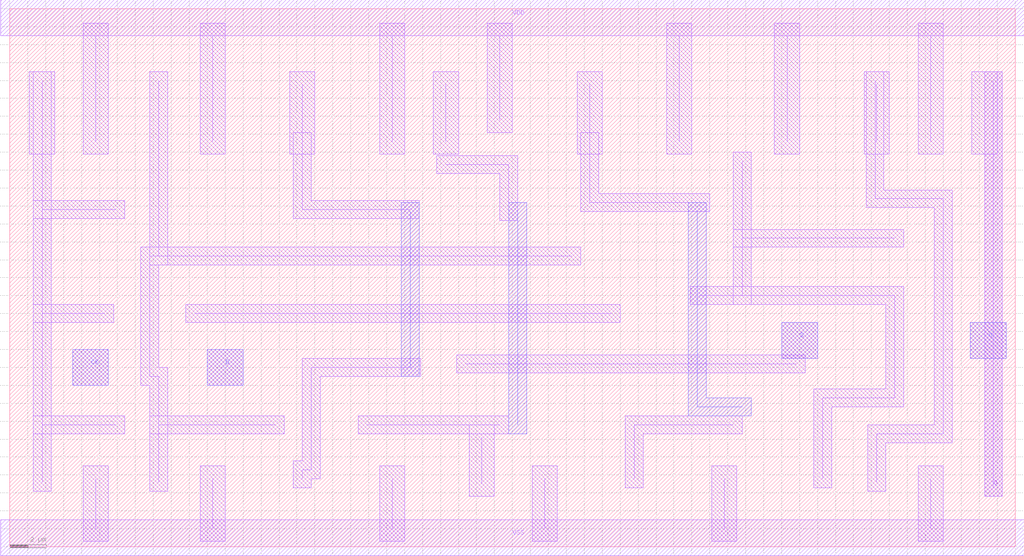
<source format=lef>
VERSION 5.5 ;
NAMESCASESENSITIVE ON ;
BUSBITCHARS "[]" ;
DIVIDERCHAR "/" ;

MACRO sff1m2
  CLASS CORE ;
  SOURCE USER ;
  ORIGIN 0 0 ;
  SIZE 56.000 BY 30.000 ;
  SYMMETRY X Y ;
  SITE unit ;
 
  PIN CK
    USE SIGNAL ;
    PORT
      LAYER ML2 ;
        POLYGON 3.500 9.000  3.500 11.000  5.500 11.000  5.500 9.000  3.500 
        9.000  ;
    END
    PORT
      LAYER ML1 ;
        POLYGON 3.500 9.000  3.500 11.000  5.500 11.000  5.500 9.000  3.500 
        9.000  ;
    END
  END CK
  PIN D
    USE SIGNAL ;
    PORT
      LAYER ML2 ;
        POLYGON 11.000 9.000  11.000 11.000  13.000 11.000  13.000 9.000  
        11.000 9.000  ;
    END
    PORT
      LAYER ML1 ;
        POLYGON 11.000 9.000  11.000 11.000  13.000 11.000  13.000 9.000  
        11.000 9.000  ;
    END
  END D
  PIN Q
    USE SIGNAL ;
    PORT
      LAYER ML1 ;
        POLYGON 53.500 10.500  53.500 12.500  55.500 12.500  55.500 10.500  
        53.500 10.500  ;
    END
    PORT
      LAYER ML2 ;
        POLYGON 53.500 10.500  53.500 12.500  55.500 12.500  55.500 10.500  
        53.500 10.500  ;
    END
    PORT
      LAYER ML1 ;
        WIDTH 1.000  ;
        PATH 54.800 3.300 54.800 26.000  ;
    END
  END Q
  PIN S
    USE SIGNAL ;
    PORT
      LAYER ML2 ;
        POLYGON 43.000 10.500  43.000 12.500  45.000 12.500  45.000 10.500  
        43.000 10.500  ;
    END
    PORT
      LAYER ML1 ;
        POLYGON 43.000 10.500  43.000 12.500  45.000 12.500  45.000 10.500  
        43.000 10.500  ;
    END
  END S
  PIN VDD
    USE POWER ;
    PORT
      LAYER ML1 ;
        RECT -0.500 28.500  56.500 30.500  ;
    END
  END VDD
  PIN VSS
    USE GROUND ;
    PORT
      LAYER ML1 ;
        RECT -0.500 -0.500  56.500 1.500  ;
    END
  END VSS
  OBS

    LAYER ML1 ;
      WIDTH 1.000  ;
      PATH 1.800 26.000 1.800 3.600  ;
      WIDTH 1.400  ;
      PATH 1.800 22.600 1.800 25.800  ;
      WIDTH 1.000  ;
      PATH 5.300 13.000 1.800 13.000  ;
      WIDTH 1.000  ;
      PATH 5.900 18.800 1.800 18.800  ;
      WIDTH 1.000  ;
      PATH 5.900 6.800 1.800 6.800  ;
      WIDTH 1.400  ;
      PATH 4.800 22.600 4.800 28.500  ;
      WIDTH 1.400  ;
      PATH 4.800 1.000 4.800 3.800  ;
      WIDTH 1.000  ;
      PATH 8.300 3.600 8.300 9.500 7.800 9.500 7.800 16.200 8.300 16.200 8.300 
      26.000  ;
      WIDTH 1.400  ;
      PATH 11.300 1.000 11.300 3.800  ;
      WIDTH 1.400  ;
      PATH 11.300 22.600 11.300 28.500  ;
      WIDTH 1.000  ;
      PATH 14.800 6.800 8.300 6.800  ;
      WIDTH 1.400  ;
      PATH 16.300 22.600 16.300 25.800  ;
      WIDTH 1.000  ;
      PATH 16.300 22.600 16.300 18.800 22.300 18.800  ;
      WIDTH 1.000  ;
      PATH 16.300 3.800 16.300 4.300 16.800 4.300 16.800 10.000 22.400 10.000 
       ;
      WIDTH 1.000  ;
      PATH 8.300 16.200 31.300 16.200  ;
      WIDTH 1.400  ;
      PATH 21.300 22.600 21.300 28.500  ;
      WIDTH 1.400  ;
      PATH 21.300 1.000 21.300 3.800  ;
      WIDTH 1.000  ;
      PATH 33.500 13.000 10.300 13.000  ;
      WIDTH 1.000  ;
      PATH 27.300 6.800 19.900 6.800  ;
      WIDTH 1.400  ;
      PATH 24.300 22.600 24.300 25.800  ;
      WIDTH 1.000  ;
      PATH 24.300 21.300 27.800 21.300 27.800 18.700  ;
      WIDTH 1.400  ;
      PATH 26.300 3.500 26.300 6.100  ;
      WIDTH 1.400  ;
      PATH 27.300 23.800 27.300 28.500  ;
      WIDTH 1.400  ;
      PATH 29.800 1.000 29.800 3.800  ;
      WIDTH 1.400  ;
      PATH 32.300 22.600 32.300 25.800  ;
      WIDTH 1.000  ;
      PATH 25.400 10.200 43.800 10.200  ;
      WIDTH 1.000  ;
      PATH 32.300 22.600 32.300 19.200 38.500 19.200  ;
      WIDTH 1.400  ;
      PATH 37.300 22.600 37.300 28.500  ;
      WIDTH 1.000  ;
      PATH 34.800 3.800 34.800 6.800 40.300 6.800  ;
      WIDTH 1.400  ;
      PATH 39.800 1.000 39.800 3.800  ;
      WIDTH 1.000  ;
      PATH 40.800 14.000 40.800 21.500  ;
      WIDTH 1.400  ;
      PATH 43.300 22.600 43.300 28.500  ;
      WIDTH 1.000  ;
      PATH 45.300 3.800 45.300 8.300 49.300 8.300 49.300 14.000 38.400 14.000 
       ;
      WIDTH 1.000  ;
      PATH 49.300 17.200 40.800 17.200  ;
      WIDTH 1.400  ;
      PATH 48.300 22.600 48.300 25.800  ;
      WIDTH 1.000  ;
      PATH 48.200 26.000 48.200 19.400 52.000 19.400 52.000 6.300 48.300 6.300 
      48.300 3.600  ;
      WIDTH 1.400  ;
      PATH 51.300 1.000 51.300 3.800  ;
      WIDTH 1.400  ;
      PATH 51.300 22.600 51.300 28.500  ;

      WIDTH 1.400  ;
      PATH 54.300 22.600 54.300 25.800  ;
      WIDTH 1.000  ;
      PATH 54.800 3.300 54.800 26.000  ;

    LAYER ML2 ;

      WIDTH 1.000  ;
      PATH 38.300 18.700 38.300 7.800 40.800 7.800  ;
      WIDTH 1.000  ;
      PATH 28.300 18.700 28.300 6.800  ;
      WIDTH 1.000  ;
      PATH 22.300 18.700 22.300 10.000  ;
    VIA 1.800 23.800  dcont ;
    VIA 1.800 21.800  dcont ;
    VIA 1.800 3.800  dcont ;
    VIA 1.800 25.800  dcont ;
    VIA 4.800 23.800  dcont ;
    VIA 4.800 21.800  dcont ;
    VIA 4.800 25.800  dcont ;
    VIA 4.800 3.800  dcont ;
    VIA 7.800 25.800  dcont ;
    VIA 7.800 23.800  dcont ;
    VIA 7.800 21.800  dcont ;
    VIA 7.800 3.800  dcont ;
    VIA 11.300 21.800  dcont ;
    VIA 11.300 23.800  dcont ;
    VIA 11.300 25.800  dcont ;
    VIA 11.300 3.800  dcont ;
    VIA 16.300 21.800  dcont ;
    VIA 16.300 25.800  dcont ;
    VIA 16.300 23.800  dcont ;
    VIA 16.300 3.800  dcont ;
    VIA 21.300 21.800  dcont ;
    VIA 21.300 23.800  dcont ;
    VIA 21.300 25.800  dcont ;
    VIA 21.300 3.800  dcont ;
    VIA 24.300 21.800  dcont ;
    VIA 24.300 23.800  dcont ;
    VIA 24.300 25.800  dcont ;
    VIA 26.300 3.800  dcont ;
    VIA 27.300 25.800  dcont ;
    VIA 27.300 23.800  dcont ;
    VIA 29.800 3.800  dcont ;
    VIA 32.300 21.800  dcont ;
    VIA 32.300 23.800  dcont ;
    VIA 32.300 25.800  dcont ;
    VIA 34.800 3.800  dcont ;
    VIA 37.300 21.800  dcont ;
    VIA 37.300 23.800  dcont ;
    VIA 37.300 25.800  dcont ;
    VIA 39.800 3.800  dcont ;
    VIA 40.300 21.800  dcont ;
    VIA 40.300 23.800  dcont ;
    VIA 40.300 25.800  dcont ;
    VIA 43.300 25.800  dcont ;
    VIA 43.300 23.800  dcont ;
    VIA 43.300 21.800  dcont ;
    VIA 44.800 3.800  dcont ;
    VIA 48.300 3.800  dcont ;
    VIA 48.300 21.800  dcont ;
    VIA 48.300 23.800  dcont ;
    VIA 48.300 25.800  dcont ;
    VIA 51.300 3.800  dcont ;
    VIA 51.300 21.800  dcont ;
    VIA 51.300 23.800  dcont ;
    VIA 51.300 25.800  dcont ;
    VIA 54.300 3.800  dcont ;
    VIA 54.300 21.800  dcont ;
    VIA 54.300 23.800  dcont ;
    VIA 54.300 25.800  dcont ;
    VIA 50.000 29.500  nsubcont ;
    VIA 27.700 29.500  nsubcont ;
    VIA 10.200 29.500  nsubcont ;
    VIA 4.500 10.000  pcont ;
    VIA 5.300 13.000  pcont ;
    VIA 5.800 18.800  pcont ;
    VIA 5.800 6.800  pcont ;
    VIA 10.300 13.000  pcont ;
    VIA 12.000 10.000  pcont ;
    VIA 14.800 6.800  pcont ;
    VIA 15.300 13.000  pcont ;
    VIA 17.300 16.000  pcont ;
    VIA 20.300 6.800  pcont ;
    VIA 22.300 18.700  pcont ;
    VIA 22.300 10.000  pcont ;
    VIA 25.300 10.000  pcont ;
    VIA 27.300 6.800  pcont ;
    VIA 28.300 18.700  pcont ;
    VIA 28.300 13.000  pcont ;
    VIA 31.300 16.700  pcont ;
    VIA 33.300 13.700  pcont ;
    VIA 38.300 14.000  pcont ;
    VIA 38.300 18.700  pcont ;
    VIA 40.800 6.800  pcont ;
    VIA 44.000 11.500  pcont ;
    VIA 49.300 8.700  pcont ;
    VIA 49.300 17.200  pcont ;
    VIA 52.300 6.800  pcont ;
    VIA 52.300 18.900  pcont ;
    VIA 50.000 0.500  psubcont ;
    VIA 27.700 0.500  psubcont ;
    VIA 10.200 0.500  psubcont ;
    VIA 38.300 18.700  Via ;
    VIA 40.800 6.800  Via ;
    VIA 28.300 18.700  Via ;
    VIA 27.300 6.800  Via ;
    VIA 22.300 10.000  Via ;
    VIA 22.300 18.700  Via ;
  END
END sff1m2

MACRO dcont
  CLASS CORE ;
  OBS
    LAYER ML1 ;
      RECT -1.000 -1.000  1.000 1.000  ;
  END
END dcont

MACRO nsubcont
  CLASS CORE ;
  OBS
    LAYER ML1 ;
      RECT -1.000 -1.000  1.000 1.000  ;
  END
END nsubcont

MACRO pcont
  CLASS CORE ;
  OBS
    LAYER ML1 ;
      RECT -1.000 -1.000  1.000 1.000  ;
  END
END pcont

MACRO psubcont
  CLASS CORE ;
  OBS
    LAYER ML1 ;
      RECT -1.000 -1.000  1.000 1.000  ;
  END
END psubcont

MACRO Via
  CLASS CORE ;
  OBS
    LAYER ML1 ;
      POLYGON -1.000 -1.000  -1.000 1.000  1.000 1.000  1.000 -1.000  -1.000 
      -1.000  ;
    LAYER ML2 ;
      POLYGON -1.000 -1.000  -1.000 1.000  1.000 1.000  1.000 -1.000  -1.000 
      -1.000  ;
  END
END Via


END LIBRARY

</source>
